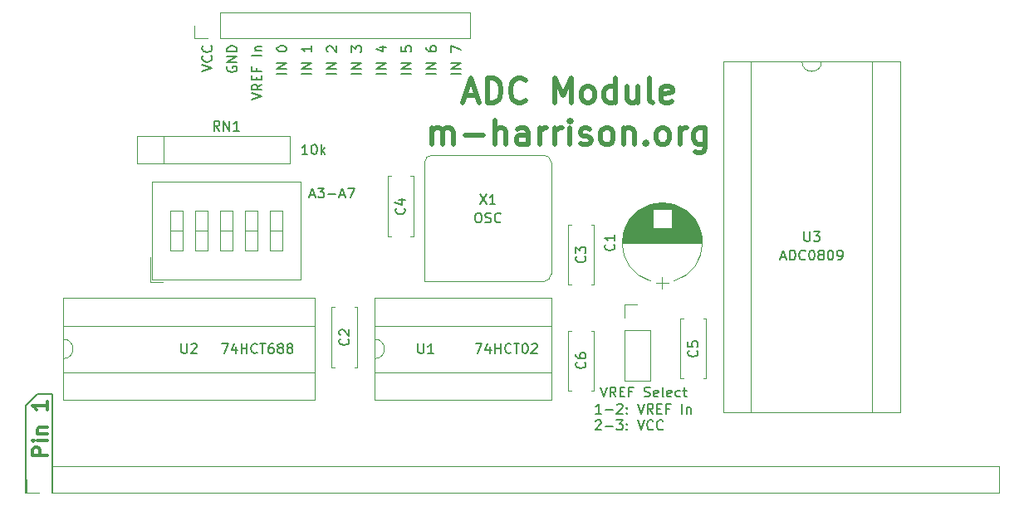
<source format=gto>
G04 #@! TF.FileFunction,Legend,Top*
%FSLAX46Y46*%
G04 Gerber Fmt 4.6, Leading zero omitted, Abs format (unit mm)*
G04 Created by KiCad (PCBNEW 4.0.6) date 08/29/17 13:01:26*
%MOMM*%
%LPD*%
G01*
G04 APERTURE LIST*
%ADD10C,0.100000*%
%ADD11C,0.150000*%
%ADD12C,0.500000*%
%ADD13C,0.200000*%
%ADD14C,0.300000*%
%ADD15C,0.120000*%
G04 APERTURE END LIST*
D10*
D11*
X138556905Y-118372381D02*
X137985476Y-118372381D01*
X138271190Y-118372381D02*
X138271190Y-117372381D01*
X138175952Y-117515238D01*
X138080714Y-117610476D01*
X137985476Y-117658095D01*
X138985476Y-117991429D02*
X139747381Y-117991429D01*
X140175952Y-117467619D02*
X140223571Y-117420000D01*
X140318809Y-117372381D01*
X140556905Y-117372381D01*
X140652143Y-117420000D01*
X140699762Y-117467619D01*
X140747381Y-117562857D01*
X140747381Y-117658095D01*
X140699762Y-117800952D01*
X140128333Y-118372381D01*
X140747381Y-118372381D01*
X141175952Y-118277143D02*
X141223571Y-118324762D01*
X141175952Y-118372381D01*
X141128333Y-118324762D01*
X141175952Y-118277143D01*
X141175952Y-118372381D01*
X141175952Y-117753333D02*
X141223571Y-117800952D01*
X141175952Y-117848571D01*
X141128333Y-117800952D01*
X141175952Y-117753333D01*
X141175952Y-117848571D01*
X142271190Y-117372381D02*
X142604523Y-118372381D01*
X142937857Y-117372381D01*
X143842619Y-118372381D02*
X143509285Y-117896190D01*
X143271190Y-118372381D02*
X143271190Y-117372381D01*
X143652143Y-117372381D01*
X143747381Y-117420000D01*
X143795000Y-117467619D01*
X143842619Y-117562857D01*
X143842619Y-117705714D01*
X143795000Y-117800952D01*
X143747381Y-117848571D01*
X143652143Y-117896190D01*
X143271190Y-117896190D01*
X144271190Y-117848571D02*
X144604524Y-117848571D01*
X144747381Y-118372381D02*
X144271190Y-118372381D01*
X144271190Y-117372381D01*
X144747381Y-117372381D01*
X145509286Y-117848571D02*
X145175952Y-117848571D01*
X145175952Y-118372381D02*
X145175952Y-117372381D01*
X145652143Y-117372381D01*
X146795000Y-118372381D02*
X146795000Y-117372381D01*
X147271190Y-117705714D02*
X147271190Y-118372381D01*
X147271190Y-117800952D02*
X147318809Y-117753333D01*
X147414047Y-117705714D01*
X147556905Y-117705714D01*
X147652143Y-117753333D01*
X147699762Y-117848571D01*
X147699762Y-118372381D01*
X137985476Y-119117619D02*
X138033095Y-119070000D01*
X138128333Y-119022381D01*
X138366429Y-119022381D01*
X138461667Y-119070000D01*
X138509286Y-119117619D01*
X138556905Y-119212857D01*
X138556905Y-119308095D01*
X138509286Y-119450952D01*
X137937857Y-120022381D01*
X138556905Y-120022381D01*
X138985476Y-119641429D02*
X139747381Y-119641429D01*
X140128333Y-119022381D02*
X140747381Y-119022381D01*
X140414047Y-119403333D01*
X140556905Y-119403333D01*
X140652143Y-119450952D01*
X140699762Y-119498571D01*
X140747381Y-119593810D01*
X140747381Y-119831905D01*
X140699762Y-119927143D01*
X140652143Y-119974762D01*
X140556905Y-120022381D01*
X140271190Y-120022381D01*
X140175952Y-119974762D01*
X140128333Y-119927143D01*
X141175952Y-119927143D02*
X141223571Y-119974762D01*
X141175952Y-120022381D01*
X141128333Y-119974762D01*
X141175952Y-119927143D01*
X141175952Y-120022381D01*
X141175952Y-119403333D02*
X141223571Y-119450952D01*
X141175952Y-119498571D01*
X141128333Y-119450952D01*
X141175952Y-119403333D01*
X141175952Y-119498571D01*
X142271190Y-119022381D02*
X142604523Y-120022381D01*
X142937857Y-119022381D01*
X143842619Y-119927143D02*
X143795000Y-119974762D01*
X143652143Y-120022381D01*
X143556905Y-120022381D01*
X143414047Y-119974762D01*
X143318809Y-119879524D01*
X143271190Y-119784286D01*
X143223571Y-119593810D01*
X143223571Y-119450952D01*
X143271190Y-119260476D01*
X143318809Y-119165238D01*
X143414047Y-119070000D01*
X143556905Y-119022381D01*
X143652143Y-119022381D01*
X143795000Y-119070000D01*
X143842619Y-119117619D01*
X144842619Y-119927143D02*
X144795000Y-119974762D01*
X144652143Y-120022381D01*
X144556905Y-120022381D01*
X144414047Y-119974762D01*
X144318809Y-119879524D01*
X144271190Y-119784286D01*
X144223571Y-119593810D01*
X144223571Y-119450952D01*
X144271190Y-119260476D01*
X144318809Y-119165238D01*
X144414047Y-119070000D01*
X144556905Y-119022381D01*
X144652143Y-119022381D01*
X144795000Y-119070000D01*
X144842619Y-119117619D01*
D12*
X124659761Y-85921667D02*
X125850238Y-85921667D01*
X124421666Y-86635952D02*
X125255000Y-84135952D01*
X126088333Y-86635952D01*
X126921666Y-86635952D02*
X126921666Y-84135952D01*
X127516904Y-84135952D01*
X127874047Y-84255000D01*
X128112142Y-84493095D01*
X128231190Y-84731190D01*
X128350238Y-85207381D01*
X128350238Y-85564524D01*
X128231190Y-86040714D01*
X128112142Y-86278810D01*
X127874047Y-86516905D01*
X127516904Y-86635952D01*
X126921666Y-86635952D01*
X130850238Y-86397857D02*
X130731190Y-86516905D01*
X130374047Y-86635952D01*
X130135952Y-86635952D01*
X129778809Y-86516905D01*
X129540714Y-86278810D01*
X129421666Y-86040714D01*
X129302618Y-85564524D01*
X129302618Y-85207381D01*
X129421666Y-84731190D01*
X129540714Y-84493095D01*
X129778809Y-84255000D01*
X130135952Y-84135952D01*
X130374047Y-84135952D01*
X130731190Y-84255000D01*
X130850238Y-84374048D01*
X133826428Y-86635952D02*
X133826428Y-84135952D01*
X134659761Y-85921667D01*
X135493095Y-84135952D01*
X135493095Y-86635952D01*
X137040714Y-86635952D02*
X136802619Y-86516905D01*
X136683571Y-86397857D01*
X136564523Y-86159762D01*
X136564523Y-85445476D01*
X136683571Y-85207381D01*
X136802619Y-85088333D01*
X137040714Y-84969286D01*
X137397857Y-84969286D01*
X137635952Y-85088333D01*
X137755000Y-85207381D01*
X137874047Y-85445476D01*
X137874047Y-86159762D01*
X137755000Y-86397857D01*
X137635952Y-86516905D01*
X137397857Y-86635952D01*
X137040714Y-86635952D01*
X140016905Y-86635952D02*
X140016905Y-84135952D01*
X140016905Y-86516905D02*
X139778809Y-86635952D01*
X139302619Y-86635952D01*
X139064524Y-86516905D01*
X138945476Y-86397857D01*
X138826428Y-86159762D01*
X138826428Y-85445476D01*
X138945476Y-85207381D01*
X139064524Y-85088333D01*
X139302619Y-84969286D01*
X139778809Y-84969286D01*
X140016905Y-85088333D01*
X142278810Y-84969286D02*
X142278810Y-86635952D01*
X141207381Y-84969286D02*
X141207381Y-86278810D01*
X141326429Y-86516905D01*
X141564524Y-86635952D01*
X141921667Y-86635952D01*
X142159762Y-86516905D01*
X142278810Y-86397857D01*
X143826429Y-86635952D02*
X143588334Y-86516905D01*
X143469286Y-86278810D01*
X143469286Y-84135952D01*
X145731191Y-86516905D02*
X145493096Y-86635952D01*
X145016905Y-86635952D01*
X144778810Y-86516905D01*
X144659762Y-86278810D01*
X144659762Y-85326429D01*
X144778810Y-85088333D01*
X145016905Y-84969286D01*
X145493096Y-84969286D01*
X145731191Y-85088333D01*
X145850239Y-85326429D01*
X145850239Y-85564524D01*
X144659762Y-85802619D01*
X121326428Y-90885952D02*
X121326428Y-89219286D01*
X121326428Y-89457381D02*
X121445476Y-89338333D01*
X121683571Y-89219286D01*
X122040714Y-89219286D01*
X122278809Y-89338333D01*
X122397857Y-89576429D01*
X122397857Y-90885952D01*
X122397857Y-89576429D02*
X122516904Y-89338333D01*
X122755000Y-89219286D01*
X123112142Y-89219286D01*
X123350238Y-89338333D01*
X123469285Y-89576429D01*
X123469285Y-90885952D01*
X124659761Y-89933571D02*
X126564523Y-89933571D01*
X127754999Y-90885952D02*
X127754999Y-88385952D01*
X128826428Y-90885952D02*
X128826428Y-89576429D01*
X128707380Y-89338333D01*
X128469285Y-89219286D01*
X128112142Y-89219286D01*
X127874047Y-89338333D01*
X127754999Y-89457381D01*
X131088333Y-90885952D02*
X131088333Y-89576429D01*
X130969285Y-89338333D01*
X130731190Y-89219286D01*
X130254999Y-89219286D01*
X130016904Y-89338333D01*
X131088333Y-90766905D02*
X130850237Y-90885952D01*
X130254999Y-90885952D01*
X130016904Y-90766905D01*
X129897856Y-90528810D01*
X129897856Y-90290714D01*
X130016904Y-90052619D01*
X130254999Y-89933571D01*
X130850237Y-89933571D01*
X131088333Y-89814524D01*
X132278809Y-90885952D02*
X132278809Y-89219286D01*
X132278809Y-89695476D02*
X132397857Y-89457381D01*
X132516904Y-89338333D01*
X132755000Y-89219286D01*
X132993095Y-89219286D01*
X133826428Y-90885952D02*
X133826428Y-89219286D01*
X133826428Y-89695476D02*
X133945476Y-89457381D01*
X134064523Y-89338333D01*
X134302619Y-89219286D01*
X134540714Y-89219286D01*
X135374047Y-90885952D02*
X135374047Y-89219286D01*
X135374047Y-88385952D02*
X135254999Y-88505000D01*
X135374047Y-88624048D01*
X135493095Y-88505000D01*
X135374047Y-88385952D01*
X135374047Y-88624048D01*
X136445475Y-90766905D02*
X136683571Y-90885952D01*
X137159761Y-90885952D01*
X137397856Y-90766905D01*
X137516904Y-90528810D01*
X137516904Y-90409762D01*
X137397856Y-90171667D01*
X137159761Y-90052619D01*
X136802618Y-90052619D01*
X136564523Y-89933571D01*
X136445475Y-89695476D01*
X136445475Y-89576429D01*
X136564523Y-89338333D01*
X136802618Y-89219286D01*
X137159761Y-89219286D01*
X137397856Y-89338333D01*
X138945476Y-90885952D02*
X138707381Y-90766905D01*
X138588333Y-90647857D01*
X138469285Y-90409762D01*
X138469285Y-89695476D01*
X138588333Y-89457381D01*
X138707381Y-89338333D01*
X138945476Y-89219286D01*
X139302619Y-89219286D01*
X139540714Y-89338333D01*
X139659762Y-89457381D01*
X139778809Y-89695476D01*
X139778809Y-90409762D01*
X139659762Y-90647857D01*
X139540714Y-90766905D01*
X139302619Y-90885952D01*
X138945476Y-90885952D01*
X140850238Y-89219286D02*
X140850238Y-90885952D01*
X140850238Y-89457381D02*
X140969286Y-89338333D01*
X141207381Y-89219286D01*
X141564524Y-89219286D01*
X141802619Y-89338333D01*
X141921667Y-89576429D01*
X141921667Y-90885952D01*
X143112143Y-90647857D02*
X143231191Y-90766905D01*
X143112143Y-90885952D01*
X142993095Y-90766905D01*
X143112143Y-90647857D01*
X143112143Y-90885952D01*
X144659762Y-90885952D02*
X144421667Y-90766905D01*
X144302619Y-90647857D01*
X144183571Y-90409762D01*
X144183571Y-89695476D01*
X144302619Y-89457381D01*
X144421667Y-89338333D01*
X144659762Y-89219286D01*
X145016905Y-89219286D01*
X145255000Y-89338333D01*
X145374048Y-89457381D01*
X145493095Y-89695476D01*
X145493095Y-90409762D01*
X145374048Y-90647857D01*
X145255000Y-90766905D01*
X145016905Y-90885952D01*
X144659762Y-90885952D01*
X146564524Y-90885952D02*
X146564524Y-89219286D01*
X146564524Y-89695476D02*
X146683572Y-89457381D01*
X146802619Y-89338333D01*
X147040715Y-89219286D01*
X147278810Y-89219286D01*
X149183572Y-89219286D02*
X149183572Y-91243095D01*
X149064524Y-91481190D01*
X148945476Y-91600238D01*
X148707381Y-91719286D01*
X148350238Y-91719286D01*
X148112143Y-91600238D01*
X149183572Y-90766905D02*
X148945476Y-90885952D01*
X148469286Y-90885952D01*
X148231191Y-90766905D01*
X148112143Y-90647857D01*
X147993095Y-90409762D01*
X147993095Y-89695476D01*
X148112143Y-89457381D01*
X148231191Y-89338333D01*
X148469286Y-89219286D01*
X148945476Y-89219286D01*
X149183572Y-89338333D01*
D13*
X106497381Y-83645000D02*
X105497381Y-83645000D01*
X106497381Y-83168810D02*
X105497381Y-83168810D01*
X106497381Y-82597381D01*
X105497381Y-82597381D01*
X105497381Y-81168810D02*
X105497381Y-81073571D01*
X105545000Y-80978333D01*
X105592619Y-80930714D01*
X105687857Y-80883095D01*
X105878333Y-80835476D01*
X106116429Y-80835476D01*
X106306905Y-80883095D01*
X106402143Y-80930714D01*
X106449762Y-80978333D01*
X106497381Y-81073571D01*
X106497381Y-81168810D01*
X106449762Y-81264048D01*
X106402143Y-81311667D01*
X106306905Y-81359286D01*
X106116429Y-81406905D01*
X105878333Y-81406905D01*
X105687857Y-81359286D01*
X105592619Y-81311667D01*
X105545000Y-81264048D01*
X105497381Y-81168810D01*
X124277381Y-83645000D02*
X123277381Y-83645000D01*
X124277381Y-83168810D02*
X123277381Y-83168810D01*
X124277381Y-82597381D01*
X123277381Y-82597381D01*
X123277381Y-81454524D02*
X123277381Y-80787857D01*
X124277381Y-81216429D01*
X121737381Y-83645000D02*
X120737381Y-83645000D01*
X121737381Y-83168810D02*
X120737381Y-83168810D01*
X121737381Y-82597381D01*
X120737381Y-82597381D01*
X120737381Y-80930714D02*
X120737381Y-81121191D01*
X120785000Y-81216429D01*
X120832619Y-81264048D01*
X120975476Y-81359286D01*
X121165952Y-81406905D01*
X121546905Y-81406905D01*
X121642143Y-81359286D01*
X121689762Y-81311667D01*
X121737381Y-81216429D01*
X121737381Y-81025952D01*
X121689762Y-80930714D01*
X121642143Y-80883095D01*
X121546905Y-80835476D01*
X121308810Y-80835476D01*
X121213571Y-80883095D01*
X121165952Y-80930714D01*
X121118333Y-81025952D01*
X121118333Y-81216429D01*
X121165952Y-81311667D01*
X121213571Y-81359286D01*
X121308810Y-81406905D01*
X119197381Y-83645000D02*
X118197381Y-83645000D01*
X119197381Y-83168810D02*
X118197381Y-83168810D01*
X119197381Y-82597381D01*
X118197381Y-82597381D01*
X118197381Y-80883095D02*
X118197381Y-81359286D01*
X118673571Y-81406905D01*
X118625952Y-81359286D01*
X118578333Y-81264048D01*
X118578333Y-81025952D01*
X118625952Y-80930714D01*
X118673571Y-80883095D01*
X118768810Y-80835476D01*
X119006905Y-80835476D01*
X119102143Y-80883095D01*
X119149762Y-80930714D01*
X119197381Y-81025952D01*
X119197381Y-81264048D01*
X119149762Y-81359286D01*
X119102143Y-81406905D01*
X116657381Y-83645000D02*
X115657381Y-83645000D01*
X116657381Y-83168810D02*
X115657381Y-83168810D01*
X116657381Y-82597381D01*
X115657381Y-82597381D01*
X115990714Y-80930714D02*
X116657381Y-80930714D01*
X115609762Y-81168810D02*
X116324048Y-81406905D01*
X116324048Y-80787857D01*
X114117381Y-83645000D02*
X113117381Y-83645000D01*
X114117381Y-83168810D02*
X113117381Y-83168810D01*
X114117381Y-82597381D01*
X113117381Y-82597381D01*
X113117381Y-81454524D02*
X113117381Y-80835476D01*
X113498333Y-81168810D01*
X113498333Y-81025952D01*
X113545952Y-80930714D01*
X113593571Y-80883095D01*
X113688810Y-80835476D01*
X113926905Y-80835476D01*
X114022143Y-80883095D01*
X114069762Y-80930714D01*
X114117381Y-81025952D01*
X114117381Y-81311667D01*
X114069762Y-81406905D01*
X114022143Y-81454524D01*
X111577381Y-83645000D02*
X110577381Y-83645000D01*
X111577381Y-83168810D02*
X110577381Y-83168810D01*
X111577381Y-82597381D01*
X110577381Y-82597381D01*
X110672619Y-81406905D02*
X110625000Y-81359286D01*
X110577381Y-81264048D01*
X110577381Y-81025952D01*
X110625000Y-80930714D01*
X110672619Y-80883095D01*
X110767857Y-80835476D01*
X110863095Y-80835476D01*
X111005952Y-80883095D01*
X111577381Y-81454524D01*
X111577381Y-80835476D01*
X109037381Y-83645000D02*
X108037381Y-83645000D01*
X109037381Y-83168810D02*
X108037381Y-83168810D01*
X109037381Y-82597381D01*
X108037381Y-82597381D01*
X109037381Y-80835476D02*
X109037381Y-81406905D01*
X109037381Y-81121191D02*
X108037381Y-81121191D01*
X108180238Y-81216429D01*
X108275476Y-81311667D01*
X108323095Y-81406905D01*
X100465000Y-82930714D02*
X100417381Y-83025952D01*
X100417381Y-83168809D01*
X100465000Y-83311667D01*
X100560238Y-83406905D01*
X100655476Y-83454524D01*
X100845952Y-83502143D01*
X100988810Y-83502143D01*
X101179286Y-83454524D01*
X101274524Y-83406905D01*
X101369762Y-83311667D01*
X101417381Y-83168809D01*
X101417381Y-83073571D01*
X101369762Y-82930714D01*
X101322143Y-82883095D01*
X100988810Y-82883095D01*
X100988810Y-83073571D01*
X101417381Y-82454524D02*
X100417381Y-82454524D01*
X101417381Y-81883095D01*
X100417381Y-81883095D01*
X101417381Y-81406905D02*
X100417381Y-81406905D01*
X100417381Y-81168810D01*
X100465000Y-81025952D01*
X100560238Y-80930714D01*
X100655476Y-80883095D01*
X100845952Y-80835476D01*
X100988810Y-80835476D01*
X101179286Y-80883095D01*
X101274524Y-80930714D01*
X101369762Y-81025952D01*
X101417381Y-81168810D01*
X101417381Y-81406905D01*
X97877381Y-83406905D02*
X98877381Y-83073572D01*
X97877381Y-82740238D01*
X98782143Y-81835476D02*
X98829762Y-81883095D01*
X98877381Y-82025952D01*
X98877381Y-82121190D01*
X98829762Y-82264048D01*
X98734524Y-82359286D01*
X98639286Y-82406905D01*
X98448810Y-82454524D01*
X98305952Y-82454524D01*
X98115476Y-82406905D01*
X98020238Y-82359286D01*
X97925000Y-82264048D01*
X97877381Y-82121190D01*
X97877381Y-82025952D01*
X97925000Y-81883095D01*
X97972619Y-81835476D01*
X98782143Y-80835476D02*
X98829762Y-80883095D01*
X98877381Y-81025952D01*
X98877381Y-81121190D01*
X98829762Y-81264048D01*
X98734524Y-81359286D01*
X98639286Y-81406905D01*
X98448810Y-81454524D01*
X98305952Y-81454524D01*
X98115476Y-81406905D01*
X98020238Y-81359286D01*
X97925000Y-81264048D01*
X97877381Y-81121190D01*
X97877381Y-81025952D01*
X97925000Y-80883095D01*
X97972619Y-80835476D01*
X102957381Y-86311667D02*
X103957381Y-85978334D01*
X102957381Y-85645000D01*
X103957381Y-84740238D02*
X103481190Y-85073572D01*
X103957381Y-85311667D02*
X102957381Y-85311667D01*
X102957381Y-84930714D01*
X103005000Y-84835476D01*
X103052619Y-84787857D01*
X103147857Y-84740238D01*
X103290714Y-84740238D01*
X103385952Y-84787857D01*
X103433571Y-84835476D01*
X103481190Y-84930714D01*
X103481190Y-85311667D01*
X103433571Y-84311667D02*
X103433571Y-83978333D01*
X103957381Y-83835476D02*
X103957381Y-84311667D01*
X102957381Y-84311667D01*
X102957381Y-83835476D01*
X103433571Y-83073571D02*
X103433571Y-83406905D01*
X103957381Y-83406905D02*
X102957381Y-83406905D01*
X102957381Y-82930714D01*
X103957381Y-81787857D02*
X102957381Y-81787857D01*
X103290714Y-81311667D02*
X103957381Y-81311667D01*
X103385952Y-81311667D02*
X103338333Y-81264048D01*
X103290714Y-81168810D01*
X103290714Y-81025952D01*
X103338333Y-80930714D01*
X103433571Y-80883095D01*
X103957381Y-80883095D01*
X82600800Y-126461520D02*
X82636360Y-126461520D01*
X82600800Y-116349780D02*
X82600800Y-126461520D01*
X81031080Y-116349780D02*
X82600800Y-116349780D01*
X79849980Y-117530880D02*
X81031080Y-116349780D01*
X79849980Y-126461520D02*
X79849980Y-117530880D01*
D14*
X82065251Y-122645465D02*
X80565251Y-122645465D01*
X80565251Y-122074037D01*
X80636680Y-121931179D01*
X80708109Y-121859751D01*
X80850966Y-121788322D01*
X81065251Y-121788322D01*
X81208109Y-121859751D01*
X81279537Y-121931179D01*
X81350966Y-122074037D01*
X81350966Y-122645465D01*
X82065251Y-121145465D02*
X81065251Y-121145465D01*
X80565251Y-121145465D02*
X80636680Y-121216894D01*
X80708109Y-121145465D01*
X80636680Y-121074037D01*
X80565251Y-121145465D01*
X80708109Y-121145465D01*
X81065251Y-120431179D02*
X82065251Y-120431179D01*
X81208109Y-120431179D02*
X81136680Y-120359751D01*
X81065251Y-120216893D01*
X81065251Y-120002608D01*
X81136680Y-119859751D01*
X81279537Y-119788322D01*
X82065251Y-119788322D01*
X82065251Y-117145465D02*
X82065251Y-118002608D01*
X82065251Y-117574036D02*
X80565251Y-117574036D01*
X80779537Y-117716893D01*
X80922394Y-117859751D01*
X80993823Y-118002608D01*
D15*
X159020000Y-82430000D02*
X153840000Y-82430000D01*
X153840000Y-82430000D02*
X153840000Y-118230000D01*
X153840000Y-118230000D02*
X166200000Y-118230000D01*
X166200000Y-118230000D02*
X166200000Y-82430000D01*
X166200000Y-82430000D02*
X161020000Y-82430000D01*
X151010000Y-82430000D02*
X151010000Y-118230000D01*
X151010000Y-118230000D02*
X169030000Y-118230000D01*
X169030000Y-118230000D02*
X169030000Y-82430000D01*
X169030000Y-82430000D02*
X151010000Y-82430000D01*
X161020000Y-82430000D02*
G75*
G02X159020000Y-82430000I-1000000J0D01*
G01*
X125155000Y-80070000D02*
X125155000Y-77410000D01*
X99695000Y-80070000D02*
X125155000Y-80070000D01*
X99695000Y-77410000D02*
X125155000Y-77410000D01*
X99695000Y-80070000D02*
X99695000Y-77410000D01*
X98425000Y-80070000D02*
X97095000Y-80070000D01*
X97095000Y-80070000D02*
X97095000Y-78740000D01*
X135215000Y-105215000D02*
X135215000Y-99095000D01*
X137835000Y-105215000D02*
X137835000Y-99095000D01*
X135215000Y-105215000D02*
X135529000Y-105215000D01*
X137521000Y-105215000D02*
X137835000Y-105215000D01*
X135215000Y-99095000D02*
X135529000Y-99095000D01*
X137521000Y-99095000D02*
X137835000Y-99095000D01*
X140910000Y-114995000D02*
X143570000Y-114995000D01*
X140910000Y-109855000D02*
X140910000Y-114995000D01*
X143570000Y-109855000D02*
X143570000Y-114995000D01*
X140910000Y-109855000D02*
X143570000Y-109855000D01*
X140910000Y-108585000D02*
X140910000Y-107255000D01*
X140910000Y-107255000D02*
X142240000Y-107255000D01*
X91270000Y-90040000D02*
X91270000Y-92840000D01*
X91270000Y-92840000D02*
X106850000Y-92840000D01*
X106850000Y-92840000D02*
X106850000Y-90040000D01*
X106850000Y-90040000D02*
X91270000Y-90040000D01*
X93980000Y-90040000D02*
X93980000Y-92840000D01*
X92570000Y-104905000D02*
X93840000Y-104905000D01*
X92570000Y-104905000D02*
X92570000Y-102365000D01*
X92770000Y-104705000D02*
X92770000Y-94685000D01*
X92770000Y-94685000D02*
X107890000Y-94685000D01*
X107890000Y-94685000D02*
X107890000Y-104705000D01*
X107890000Y-104705000D02*
X92770000Y-104705000D01*
X94615000Y-101725000D02*
X95885000Y-101725000D01*
X95885000Y-101725000D02*
X95885000Y-97665000D01*
X95885000Y-97665000D02*
X94615000Y-97665000D01*
X94615000Y-97665000D02*
X94615000Y-101725000D01*
X94615000Y-99695000D02*
X95885000Y-99695000D01*
X97155000Y-101725000D02*
X98425000Y-101725000D01*
X98425000Y-101725000D02*
X98425000Y-97665000D01*
X98425000Y-97665000D02*
X97155000Y-97665000D01*
X97155000Y-97665000D02*
X97155000Y-101725000D01*
X97155000Y-99695000D02*
X98425000Y-99695000D01*
X99695000Y-101725000D02*
X100965000Y-101725000D01*
X100965000Y-101725000D02*
X100965000Y-97665000D01*
X100965000Y-97665000D02*
X99695000Y-97665000D01*
X99695000Y-97665000D02*
X99695000Y-101725000D01*
X99695000Y-99695000D02*
X100965000Y-99695000D01*
X102235000Y-101725000D02*
X103505000Y-101725000D01*
X103505000Y-101725000D02*
X103505000Y-97665000D01*
X103505000Y-97665000D02*
X102235000Y-97665000D01*
X102235000Y-97665000D02*
X102235000Y-101725000D01*
X102235000Y-99695000D02*
X103505000Y-99695000D01*
X104775000Y-101725000D02*
X106045000Y-101725000D01*
X106045000Y-101725000D02*
X106045000Y-97665000D01*
X106045000Y-97665000D02*
X104775000Y-97665000D01*
X104775000Y-97665000D02*
X104775000Y-101725000D01*
X104775000Y-99695000D02*
X106045000Y-99695000D01*
X115450000Y-112760000D02*
X115450000Y-114130000D01*
X115450000Y-114130000D02*
X133470000Y-114130000D01*
X133470000Y-114130000D02*
X133470000Y-109390000D01*
X133470000Y-109390000D02*
X115450000Y-109390000D01*
X115450000Y-109390000D02*
X115450000Y-110760000D01*
X115450000Y-116960000D02*
X133470000Y-116960000D01*
X133470000Y-116960000D02*
X133470000Y-106560000D01*
X133470000Y-106560000D02*
X115450000Y-106560000D01*
X115450000Y-106560000D02*
X115450000Y-116960000D01*
X115450000Y-110760000D02*
G75*
G02X115450000Y-112760000I0J-1000000D01*
G01*
X83700000Y-112760000D02*
X83700000Y-114130000D01*
X83700000Y-114130000D02*
X109340000Y-114130000D01*
X109340000Y-114130000D02*
X109340000Y-109390000D01*
X109340000Y-109390000D02*
X83700000Y-109390000D01*
X83700000Y-109390000D02*
X83700000Y-110760000D01*
X83700000Y-116960000D02*
X109340000Y-116960000D01*
X109340000Y-116960000D02*
X109340000Y-106560000D01*
X109340000Y-106560000D02*
X83700000Y-106560000D01*
X83700000Y-106560000D02*
X83700000Y-116960000D01*
X83700000Y-110760000D02*
G75*
G02X83700000Y-112760000I0J-1000000D01*
G01*
X120550000Y-92725000D02*
X120550000Y-104875000D01*
X132700000Y-91975000D02*
X121300000Y-91975000D01*
X133450000Y-104125000D02*
X133450000Y-92725000D01*
X120550000Y-104875000D02*
X132700000Y-104875000D01*
X132700000Y-104875000D02*
G75*
G03X133450000Y-104125000I0J750000D01*
G01*
X133450000Y-92725000D02*
G75*
G03X132700000Y-91975000I-750000J0D01*
G01*
X121300000Y-91975000D02*
G75*
G03X120550000Y-92725000I0J-750000D01*
G01*
X146645000Y-114780000D02*
X146645000Y-108660000D01*
X149265000Y-114780000D02*
X149265000Y-108660000D01*
X146645000Y-114780000D02*
X146959000Y-114780000D01*
X148951000Y-114780000D02*
X149265000Y-114780000D01*
X146645000Y-108660000D02*
X146959000Y-108660000D01*
X148951000Y-108660000D02*
X149265000Y-108660000D01*
X135215000Y-116010000D02*
X135215000Y-109890000D01*
X137835000Y-116010000D02*
X137835000Y-109890000D01*
X135215000Y-116010000D02*
X135529000Y-116010000D01*
X137521000Y-116010000D02*
X137835000Y-116010000D01*
X135215000Y-109890000D02*
X135529000Y-109890000D01*
X137521000Y-109890000D02*
X137835000Y-109890000D01*
X113705000Y-107510000D02*
X113705000Y-113630000D01*
X111085000Y-107510000D02*
X111085000Y-113630000D01*
X113705000Y-107510000D02*
X113391000Y-107510000D01*
X111399000Y-107510000D02*
X111085000Y-107510000D01*
X113705000Y-113630000D02*
X113391000Y-113630000D01*
X111399000Y-113630000D02*
X111085000Y-113630000D01*
X119420000Y-94135000D02*
X119420000Y-100255000D01*
X116800000Y-94135000D02*
X116800000Y-100255000D01*
X119420000Y-94135000D02*
X119106000Y-94135000D01*
X117114000Y-94135000D02*
X116800000Y-94135000D01*
X119420000Y-100255000D02*
X119106000Y-100255000D01*
X117114000Y-100255000D02*
X116800000Y-100255000D01*
X179130000Y-126425000D02*
X179130000Y-123765000D01*
X82550000Y-126425000D02*
X179130000Y-126425000D01*
X82550000Y-123765000D02*
X179130000Y-123765000D01*
X82550000Y-126425000D02*
X82550000Y-123765000D01*
X81280000Y-126425000D02*
X79950000Y-126425000D01*
X79950000Y-126425000D02*
X79950000Y-125095000D01*
X143602555Y-97008149D02*
G75*
G03X143600000Y-104841082I1177445J-3916851D01*
G01*
X145957445Y-97008149D02*
G75*
G02X145960000Y-104841082I-1177445J-3916851D01*
G01*
X145957445Y-97008149D02*
G75*
G03X143600000Y-97008918I-1177445J-3916851D01*
G01*
X140730000Y-100925000D02*
X148830000Y-100925000D01*
X140730000Y-100885000D02*
X148830000Y-100885000D01*
X140730000Y-100845000D02*
X148830000Y-100845000D01*
X140731000Y-100805000D02*
X148829000Y-100805000D01*
X140733000Y-100765000D02*
X148827000Y-100765000D01*
X140734000Y-100725000D02*
X148826000Y-100725000D01*
X140737000Y-100685000D02*
X148823000Y-100685000D01*
X140739000Y-100645000D02*
X148821000Y-100645000D01*
X140742000Y-100605000D02*
X148818000Y-100605000D01*
X140745000Y-100565000D02*
X148815000Y-100565000D01*
X140749000Y-100525000D02*
X148811000Y-100525000D01*
X140753000Y-100485000D02*
X148807000Y-100485000D01*
X140758000Y-100445000D02*
X148802000Y-100445000D01*
X140763000Y-100405000D02*
X148797000Y-100405000D01*
X140768000Y-100365000D02*
X148792000Y-100365000D01*
X140774000Y-100325000D02*
X148786000Y-100325000D01*
X140780000Y-100285000D02*
X148780000Y-100285000D01*
X140786000Y-100245000D02*
X148774000Y-100245000D01*
X140793000Y-100204000D02*
X148767000Y-100204000D01*
X140801000Y-100164000D02*
X148759000Y-100164000D01*
X140809000Y-100124000D02*
X148751000Y-100124000D01*
X140817000Y-100084000D02*
X148743000Y-100084000D01*
X140825000Y-100044000D02*
X148735000Y-100044000D01*
X140834000Y-100004000D02*
X148726000Y-100004000D01*
X140844000Y-99964000D02*
X148716000Y-99964000D01*
X140854000Y-99924000D02*
X148706000Y-99924000D01*
X140864000Y-99884000D02*
X148696000Y-99884000D01*
X140875000Y-99844000D02*
X148685000Y-99844000D01*
X140886000Y-99804000D02*
X148674000Y-99804000D01*
X140897000Y-99764000D02*
X148663000Y-99764000D01*
X140910000Y-99724000D02*
X148650000Y-99724000D01*
X140922000Y-99684000D02*
X148638000Y-99684000D01*
X140935000Y-99644000D02*
X148625000Y-99644000D01*
X140948000Y-99604000D02*
X148612000Y-99604000D01*
X140962000Y-99564000D02*
X148598000Y-99564000D01*
X140977000Y-99524000D02*
X148583000Y-99524000D01*
X140991000Y-99484000D02*
X148569000Y-99484000D01*
X141007000Y-99444000D02*
X148553000Y-99444000D01*
X141022000Y-99404000D02*
X143800000Y-99404000D01*
X145760000Y-99404000D02*
X148538000Y-99404000D01*
X141039000Y-99364000D02*
X143800000Y-99364000D01*
X145760000Y-99364000D02*
X148521000Y-99364000D01*
X141055000Y-99324000D02*
X143800000Y-99324000D01*
X145760000Y-99324000D02*
X148505000Y-99324000D01*
X141073000Y-99284000D02*
X143800000Y-99284000D01*
X145760000Y-99284000D02*
X148487000Y-99284000D01*
X141090000Y-99244000D02*
X143800000Y-99244000D01*
X145760000Y-99244000D02*
X148470000Y-99244000D01*
X141109000Y-99204000D02*
X143800000Y-99204000D01*
X145760000Y-99204000D02*
X148451000Y-99204000D01*
X141128000Y-99164000D02*
X143800000Y-99164000D01*
X145760000Y-99164000D02*
X148432000Y-99164000D01*
X141147000Y-99124000D02*
X143800000Y-99124000D01*
X145760000Y-99124000D02*
X148413000Y-99124000D01*
X141167000Y-99084000D02*
X143800000Y-99084000D01*
X145760000Y-99084000D02*
X148393000Y-99084000D01*
X141187000Y-99044000D02*
X143800000Y-99044000D01*
X145760000Y-99044000D02*
X148373000Y-99044000D01*
X141208000Y-99004000D02*
X143800000Y-99004000D01*
X145760000Y-99004000D02*
X148352000Y-99004000D01*
X141230000Y-98964000D02*
X143800000Y-98964000D01*
X145760000Y-98964000D02*
X148330000Y-98964000D01*
X141252000Y-98924000D02*
X143800000Y-98924000D01*
X145760000Y-98924000D02*
X148308000Y-98924000D01*
X141275000Y-98884000D02*
X143800000Y-98884000D01*
X145760000Y-98884000D02*
X148285000Y-98884000D01*
X141298000Y-98844000D02*
X143800000Y-98844000D01*
X145760000Y-98844000D02*
X148262000Y-98844000D01*
X141322000Y-98804000D02*
X143800000Y-98804000D01*
X145760000Y-98804000D02*
X148238000Y-98804000D01*
X141346000Y-98764000D02*
X143800000Y-98764000D01*
X145760000Y-98764000D02*
X148214000Y-98764000D01*
X141372000Y-98724000D02*
X143800000Y-98724000D01*
X145760000Y-98724000D02*
X148188000Y-98724000D01*
X141397000Y-98684000D02*
X143800000Y-98684000D01*
X145760000Y-98684000D02*
X148163000Y-98684000D01*
X141424000Y-98644000D02*
X143800000Y-98644000D01*
X145760000Y-98644000D02*
X148136000Y-98644000D01*
X141451000Y-98604000D02*
X143800000Y-98604000D01*
X145760000Y-98604000D02*
X148109000Y-98604000D01*
X141479000Y-98564000D02*
X143800000Y-98564000D01*
X145760000Y-98564000D02*
X148081000Y-98564000D01*
X141508000Y-98524000D02*
X143800000Y-98524000D01*
X145760000Y-98524000D02*
X148052000Y-98524000D01*
X141537000Y-98484000D02*
X143800000Y-98484000D01*
X145760000Y-98484000D02*
X148023000Y-98484000D01*
X141567000Y-98444000D02*
X143800000Y-98444000D01*
X145760000Y-98444000D02*
X147993000Y-98444000D01*
X141598000Y-98404000D02*
X143800000Y-98404000D01*
X145760000Y-98404000D02*
X147962000Y-98404000D01*
X141630000Y-98364000D02*
X143800000Y-98364000D01*
X145760000Y-98364000D02*
X147930000Y-98364000D01*
X141662000Y-98324000D02*
X143800000Y-98324000D01*
X145760000Y-98324000D02*
X147898000Y-98324000D01*
X141696000Y-98284000D02*
X143800000Y-98284000D01*
X145760000Y-98284000D02*
X147864000Y-98284000D01*
X141730000Y-98244000D02*
X143800000Y-98244000D01*
X145760000Y-98244000D02*
X147830000Y-98244000D01*
X141765000Y-98204000D02*
X143800000Y-98204000D01*
X145760000Y-98204000D02*
X147795000Y-98204000D01*
X141801000Y-98164000D02*
X143800000Y-98164000D01*
X145760000Y-98164000D02*
X147759000Y-98164000D01*
X141838000Y-98124000D02*
X143800000Y-98124000D01*
X145760000Y-98124000D02*
X147722000Y-98124000D01*
X141876000Y-98084000D02*
X143800000Y-98084000D01*
X145760000Y-98084000D02*
X147684000Y-98084000D01*
X141915000Y-98044000D02*
X143800000Y-98044000D01*
X145760000Y-98044000D02*
X147645000Y-98044000D01*
X141956000Y-98004000D02*
X143800000Y-98004000D01*
X145760000Y-98004000D02*
X147604000Y-98004000D01*
X141997000Y-97964000D02*
X143800000Y-97964000D01*
X145760000Y-97964000D02*
X147563000Y-97964000D01*
X142040000Y-97924000D02*
X143800000Y-97924000D01*
X145760000Y-97924000D02*
X147520000Y-97924000D01*
X142083000Y-97884000D02*
X143800000Y-97884000D01*
X145760000Y-97884000D02*
X147477000Y-97884000D01*
X142128000Y-97844000D02*
X143800000Y-97844000D01*
X145760000Y-97844000D02*
X147432000Y-97844000D01*
X142175000Y-97804000D02*
X143800000Y-97804000D01*
X145760000Y-97804000D02*
X147385000Y-97804000D01*
X142223000Y-97764000D02*
X143800000Y-97764000D01*
X145760000Y-97764000D02*
X147337000Y-97764000D01*
X142272000Y-97724000D02*
X143800000Y-97724000D01*
X145760000Y-97724000D02*
X147288000Y-97724000D01*
X142323000Y-97684000D02*
X143800000Y-97684000D01*
X145760000Y-97684000D02*
X147237000Y-97684000D01*
X142376000Y-97644000D02*
X143800000Y-97644000D01*
X145760000Y-97644000D02*
X147184000Y-97644000D01*
X142431000Y-97604000D02*
X143800000Y-97604000D01*
X145760000Y-97604000D02*
X147129000Y-97604000D01*
X142487000Y-97564000D02*
X143800000Y-97564000D01*
X145760000Y-97564000D02*
X147073000Y-97564000D01*
X142546000Y-97524000D02*
X143800000Y-97524000D01*
X145760000Y-97524000D02*
X147014000Y-97524000D01*
X142607000Y-97484000D02*
X143800000Y-97484000D01*
X145760000Y-97484000D02*
X146953000Y-97484000D01*
X142671000Y-97444000D02*
X146889000Y-97444000D01*
X142737000Y-97404000D02*
X146823000Y-97404000D01*
X142806000Y-97364000D02*
X146754000Y-97364000D01*
X142878000Y-97324000D02*
X146682000Y-97324000D01*
X142954000Y-97284000D02*
X146606000Y-97284000D01*
X143035000Y-97244000D02*
X146525000Y-97244000D01*
X143120000Y-97204000D02*
X146440000Y-97204000D01*
X143210000Y-97164000D02*
X146350000Y-97164000D01*
X143307000Y-97124000D02*
X146253000Y-97124000D01*
X143411000Y-97084000D02*
X146149000Y-97084000D01*
X143526000Y-97044000D02*
X146034000Y-97044000D01*
X143653000Y-97004000D02*
X145907000Y-97004000D01*
X143797000Y-96964000D02*
X145763000Y-96964000D01*
X143966000Y-96924000D02*
X145594000Y-96924000D01*
X144182000Y-96884000D02*
X145378000Y-96884000D01*
X144534000Y-96844000D02*
X145026000Y-96844000D01*
X144780000Y-105625000D02*
X144780000Y-104425000D01*
X144130000Y-105025000D02*
X145430000Y-105025000D01*
D11*
X159258095Y-99782381D02*
X159258095Y-100591905D01*
X159305714Y-100687143D01*
X159353333Y-100734762D01*
X159448571Y-100782381D01*
X159639048Y-100782381D01*
X159734286Y-100734762D01*
X159781905Y-100687143D01*
X159829524Y-100591905D01*
X159829524Y-99782381D01*
X160210476Y-99782381D02*
X160829524Y-99782381D01*
X160496190Y-100163333D01*
X160639048Y-100163333D01*
X160734286Y-100210952D01*
X160781905Y-100258571D01*
X160829524Y-100353810D01*
X160829524Y-100591905D01*
X160781905Y-100687143D01*
X160734286Y-100734762D01*
X160639048Y-100782381D01*
X160353333Y-100782381D01*
X160258095Y-100734762D01*
X160210476Y-100687143D01*
X156877143Y-102401667D02*
X157353334Y-102401667D01*
X156781905Y-102687381D02*
X157115238Y-101687381D01*
X157448572Y-102687381D01*
X157781905Y-102687381D02*
X157781905Y-101687381D01*
X158020000Y-101687381D01*
X158162858Y-101735000D01*
X158258096Y-101830238D01*
X158305715Y-101925476D01*
X158353334Y-102115952D01*
X158353334Y-102258810D01*
X158305715Y-102449286D01*
X158258096Y-102544524D01*
X158162858Y-102639762D01*
X158020000Y-102687381D01*
X157781905Y-102687381D01*
X159353334Y-102592143D02*
X159305715Y-102639762D01*
X159162858Y-102687381D01*
X159067620Y-102687381D01*
X158924762Y-102639762D01*
X158829524Y-102544524D01*
X158781905Y-102449286D01*
X158734286Y-102258810D01*
X158734286Y-102115952D01*
X158781905Y-101925476D01*
X158829524Y-101830238D01*
X158924762Y-101735000D01*
X159067620Y-101687381D01*
X159162858Y-101687381D01*
X159305715Y-101735000D01*
X159353334Y-101782619D01*
X159972381Y-101687381D02*
X160067620Y-101687381D01*
X160162858Y-101735000D01*
X160210477Y-101782619D01*
X160258096Y-101877857D01*
X160305715Y-102068333D01*
X160305715Y-102306429D01*
X160258096Y-102496905D01*
X160210477Y-102592143D01*
X160162858Y-102639762D01*
X160067620Y-102687381D01*
X159972381Y-102687381D01*
X159877143Y-102639762D01*
X159829524Y-102592143D01*
X159781905Y-102496905D01*
X159734286Y-102306429D01*
X159734286Y-102068333D01*
X159781905Y-101877857D01*
X159829524Y-101782619D01*
X159877143Y-101735000D01*
X159972381Y-101687381D01*
X160877143Y-102115952D02*
X160781905Y-102068333D01*
X160734286Y-102020714D01*
X160686667Y-101925476D01*
X160686667Y-101877857D01*
X160734286Y-101782619D01*
X160781905Y-101735000D01*
X160877143Y-101687381D01*
X161067620Y-101687381D01*
X161162858Y-101735000D01*
X161210477Y-101782619D01*
X161258096Y-101877857D01*
X161258096Y-101925476D01*
X161210477Y-102020714D01*
X161162858Y-102068333D01*
X161067620Y-102115952D01*
X160877143Y-102115952D01*
X160781905Y-102163571D01*
X160734286Y-102211190D01*
X160686667Y-102306429D01*
X160686667Y-102496905D01*
X160734286Y-102592143D01*
X160781905Y-102639762D01*
X160877143Y-102687381D01*
X161067620Y-102687381D01*
X161162858Y-102639762D01*
X161210477Y-102592143D01*
X161258096Y-102496905D01*
X161258096Y-102306429D01*
X161210477Y-102211190D01*
X161162858Y-102163571D01*
X161067620Y-102115952D01*
X161877143Y-101687381D02*
X161972382Y-101687381D01*
X162067620Y-101735000D01*
X162115239Y-101782619D01*
X162162858Y-101877857D01*
X162210477Y-102068333D01*
X162210477Y-102306429D01*
X162162858Y-102496905D01*
X162115239Y-102592143D01*
X162067620Y-102639762D01*
X161972382Y-102687381D01*
X161877143Y-102687381D01*
X161781905Y-102639762D01*
X161734286Y-102592143D01*
X161686667Y-102496905D01*
X161639048Y-102306429D01*
X161639048Y-102068333D01*
X161686667Y-101877857D01*
X161734286Y-101782619D01*
X161781905Y-101735000D01*
X161877143Y-101687381D01*
X162686667Y-102687381D02*
X162877143Y-102687381D01*
X162972382Y-102639762D01*
X163020001Y-102592143D01*
X163115239Y-102449286D01*
X163162858Y-102258810D01*
X163162858Y-101877857D01*
X163115239Y-101782619D01*
X163067620Y-101735000D01*
X162972382Y-101687381D01*
X162781905Y-101687381D01*
X162686667Y-101735000D01*
X162639048Y-101782619D01*
X162591429Y-101877857D01*
X162591429Y-102115952D01*
X162639048Y-102211190D01*
X162686667Y-102258810D01*
X162781905Y-102306429D01*
X162972382Y-102306429D01*
X163067620Y-102258810D01*
X163115239Y-102211190D01*
X163162858Y-102115952D01*
X136882143Y-102321666D02*
X136929762Y-102369285D01*
X136977381Y-102512142D01*
X136977381Y-102607380D01*
X136929762Y-102750238D01*
X136834524Y-102845476D01*
X136739286Y-102893095D01*
X136548810Y-102940714D01*
X136405952Y-102940714D01*
X136215476Y-102893095D01*
X136120238Y-102845476D01*
X136025000Y-102750238D01*
X135977381Y-102607380D01*
X135977381Y-102512142D01*
X136025000Y-102369285D01*
X136072619Y-102321666D01*
X135977381Y-101988333D02*
X135977381Y-101369285D01*
X136358333Y-101702619D01*
X136358333Y-101559761D01*
X136405952Y-101464523D01*
X136453571Y-101416904D01*
X136548810Y-101369285D01*
X136786905Y-101369285D01*
X136882143Y-101416904D01*
X136929762Y-101464523D01*
X136977381Y-101559761D01*
X136977381Y-101845476D01*
X136929762Y-101940714D01*
X136882143Y-101988333D01*
X138470237Y-115657381D02*
X138803570Y-116657381D01*
X139136904Y-115657381D01*
X140041666Y-116657381D02*
X139708332Y-116181190D01*
X139470237Y-116657381D02*
X139470237Y-115657381D01*
X139851190Y-115657381D01*
X139946428Y-115705000D01*
X139994047Y-115752619D01*
X140041666Y-115847857D01*
X140041666Y-115990714D01*
X139994047Y-116085952D01*
X139946428Y-116133571D01*
X139851190Y-116181190D01*
X139470237Y-116181190D01*
X140470237Y-116133571D02*
X140803571Y-116133571D01*
X140946428Y-116657381D02*
X140470237Y-116657381D01*
X140470237Y-115657381D01*
X140946428Y-115657381D01*
X141708333Y-116133571D02*
X141374999Y-116133571D01*
X141374999Y-116657381D02*
X141374999Y-115657381D01*
X141851190Y-115657381D01*
X142946428Y-116609762D02*
X143089285Y-116657381D01*
X143327381Y-116657381D01*
X143422619Y-116609762D01*
X143470238Y-116562143D01*
X143517857Y-116466905D01*
X143517857Y-116371667D01*
X143470238Y-116276429D01*
X143422619Y-116228810D01*
X143327381Y-116181190D01*
X143136904Y-116133571D01*
X143041666Y-116085952D01*
X142994047Y-116038333D01*
X142946428Y-115943095D01*
X142946428Y-115847857D01*
X142994047Y-115752619D01*
X143041666Y-115705000D01*
X143136904Y-115657381D01*
X143375000Y-115657381D01*
X143517857Y-115705000D01*
X144327381Y-116609762D02*
X144232143Y-116657381D01*
X144041666Y-116657381D01*
X143946428Y-116609762D01*
X143898809Y-116514524D01*
X143898809Y-116133571D01*
X143946428Y-116038333D01*
X144041666Y-115990714D01*
X144232143Y-115990714D01*
X144327381Y-116038333D01*
X144375000Y-116133571D01*
X144375000Y-116228810D01*
X143898809Y-116324048D01*
X144946428Y-116657381D02*
X144851190Y-116609762D01*
X144803571Y-116514524D01*
X144803571Y-115657381D01*
X145708334Y-116609762D02*
X145613096Y-116657381D01*
X145422619Y-116657381D01*
X145327381Y-116609762D01*
X145279762Y-116514524D01*
X145279762Y-116133571D01*
X145327381Y-116038333D01*
X145422619Y-115990714D01*
X145613096Y-115990714D01*
X145708334Y-116038333D01*
X145755953Y-116133571D01*
X145755953Y-116228810D01*
X145279762Y-116324048D01*
X146613096Y-116609762D02*
X146517858Y-116657381D01*
X146327381Y-116657381D01*
X146232143Y-116609762D01*
X146184524Y-116562143D01*
X146136905Y-116466905D01*
X146136905Y-116181190D01*
X146184524Y-116085952D01*
X146232143Y-116038333D01*
X146327381Y-115990714D01*
X146517858Y-115990714D01*
X146613096Y-116038333D01*
X146898810Y-115990714D02*
X147279762Y-115990714D01*
X147041667Y-115657381D02*
X147041667Y-116514524D01*
X147089286Y-116609762D01*
X147184524Y-116657381D01*
X147279762Y-116657381D01*
X99639524Y-89492381D02*
X99306190Y-89016190D01*
X99068095Y-89492381D02*
X99068095Y-88492381D01*
X99449048Y-88492381D01*
X99544286Y-88540000D01*
X99591905Y-88587619D01*
X99639524Y-88682857D01*
X99639524Y-88825714D01*
X99591905Y-88920952D01*
X99544286Y-88968571D01*
X99449048Y-89016190D01*
X99068095Y-89016190D01*
X100068095Y-89492381D02*
X100068095Y-88492381D01*
X100639524Y-89492381D01*
X100639524Y-88492381D01*
X101639524Y-89492381D02*
X101068095Y-89492381D01*
X101353809Y-89492381D02*
X101353809Y-88492381D01*
X101258571Y-88635238D01*
X101163333Y-88730476D01*
X101068095Y-88778095D01*
X108624762Y-91892381D02*
X108053333Y-91892381D01*
X108339047Y-91892381D02*
X108339047Y-90892381D01*
X108243809Y-91035238D01*
X108148571Y-91130476D01*
X108053333Y-91178095D01*
X109243809Y-90892381D02*
X109339048Y-90892381D01*
X109434286Y-90940000D01*
X109481905Y-90987619D01*
X109529524Y-91082857D01*
X109577143Y-91273333D01*
X109577143Y-91511429D01*
X109529524Y-91701905D01*
X109481905Y-91797143D01*
X109434286Y-91844762D01*
X109339048Y-91892381D01*
X109243809Y-91892381D01*
X109148571Y-91844762D01*
X109100952Y-91797143D01*
X109053333Y-91701905D01*
X109005714Y-91511429D01*
X109005714Y-91273333D01*
X109053333Y-91082857D01*
X109100952Y-90987619D01*
X109148571Y-90940000D01*
X109243809Y-90892381D01*
X110005714Y-91892381D02*
X110005714Y-90892381D01*
X110100952Y-91511429D02*
X110386667Y-91892381D01*
X110386667Y-91225714D02*
X110005714Y-91606667D01*
X108886905Y-96051667D02*
X109363096Y-96051667D01*
X108791667Y-96337381D02*
X109125000Y-95337381D01*
X109458334Y-96337381D01*
X109696429Y-95337381D02*
X110315477Y-95337381D01*
X109982143Y-95718333D01*
X110125001Y-95718333D01*
X110220239Y-95765952D01*
X110267858Y-95813571D01*
X110315477Y-95908810D01*
X110315477Y-96146905D01*
X110267858Y-96242143D01*
X110220239Y-96289762D01*
X110125001Y-96337381D01*
X109839286Y-96337381D01*
X109744048Y-96289762D01*
X109696429Y-96242143D01*
X110744048Y-95956429D02*
X111505953Y-95956429D01*
X111934524Y-96051667D02*
X112410715Y-96051667D01*
X111839286Y-96337381D02*
X112172619Y-95337381D01*
X112505953Y-96337381D01*
X112744048Y-95337381D02*
X113410715Y-95337381D01*
X112982143Y-96337381D01*
X119888095Y-111212381D02*
X119888095Y-112021905D01*
X119935714Y-112117143D01*
X119983333Y-112164762D01*
X120078571Y-112212381D01*
X120269048Y-112212381D01*
X120364286Y-112164762D01*
X120411905Y-112117143D01*
X120459524Y-112021905D01*
X120459524Y-111212381D01*
X121459524Y-112212381D02*
X120888095Y-112212381D01*
X121173809Y-112212381D02*
X121173809Y-111212381D01*
X121078571Y-111355238D01*
X120983333Y-111450476D01*
X120888095Y-111498095D01*
X125738333Y-111212381D02*
X126405000Y-111212381D01*
X125976428Y-112212381D01*
X127214524Y-111545714D02*
X127214524Y-112212381D01*
X126976428Y-111164762D02*
X126738333Y-111879048D01*
X127357381Y-111879048D01*
X127738333Y-112212381D02*
X127738333Y-111212381D01*
X127738333Y-111688571D02*
X128309762Y-111688571D01*
X128309762Y-112212381D02*
X128309762Y-111212381D01*
X129357381Y-112117143D02*
X129309762Y-112164762D01*
X129166905Y-112212381D01*
X129071667Y-112212381D01*
X128928809Y-112164762D01*
X128833571Y-112069524D01*
X128785952Y-111974286D01*
X128738333Y-111783810D01*
X128738333Y-111640952D01*
X128785952Y-111450476D01*
X128833571Y-111355238D01*
X128928809Y-111260000D01*
X129071667Y-111212381D01*
X129166905Y-111212381D01*
X129309762Y-111260000D01*
X129357381Y-111307619D01*
X129643095Y-111212381D02*
X130214524Y-111212381D01*
X129928809Y-112212381D02*
X129928809Y-111212381D01*
X130738333Y-111212381D02*
X130833572Y-111212381D01*
X130928810Y-111260000D01*
X130976429Y-111307619D01*
X131024048Y-111402857D01*
X131071667Y-111593333D01*
X131071667Y-111831429D01*
X131024048Y-112021905D01*
X130976429Y-112117143D01*
X130928810Y-112164762D01*
X130833572Y-112212381D01*
X130738333Y-112212381D01*
X130643095Y-112164762D01*
X130595476Y-112117143D01*
X130547857Y-112021905D01*
X130500238Y-111831429D01*
X130500238Y-111593333D01*
X130547857Y-111402857D01*
X130595476Y-111307619D01*
X130643095Y-111260000D01*
X130738333Y-111212381D01*
X131452619Y-111307619D02*
X131500238Y-111260000D01*
X131595476Y-111212381D01*
X131833572Y-111212381D01*
X131928810Y-111260000D01*
X131976429Y-111307619D01*
X132024048Y-111402857D01*
X132024048Y-111498095D01*
X131976429Y-111640952D01*
X131405000Y-112212381D01*
X132024048Y-112212381D01*
X95758095Y-111212381D02*
X95758095Y-112021905D01*
X95805714Y-112117143D01*
X95853333Y-112164762D01*
X95948571Y-112212381D01*
X96139048Y-112212381D01*
X96234286Y-112164762D01*
X96281905Y-112117143D01*
X96329524Y-112021905D01*
X96329524Y-111212381D01*
X96758095Y-111307619D02*
X96805714Y-111260000D01*
X96900952Y-111212381D01*
X97139048Y-111212381D01*
X97234286Y-111260000D01*
X97281905Y-111307619D01*
X97329524Y-111402857D01*
X97329524Y-111498095D01*
X97281905Y-111640952D01*
X96710476Y-112212381D01*
X97329524Y-112212381D01*
X99862143Y-111212381D02*
X100528810Y-111212381D01*
X100100238Y-112212381D01*
X101338334Y-111545714D02*
X101338334Y-112212381D01*
X101100238Y-111164762D02*
X100862143Y-111879048D01*
X101481191Y-111879048D01*
X101862143Y-112212381D02*
X101862143Y-111212381D01*
X101862143Y-111688571D02*
X102433572Y-111688571D01*
X102433572Y-112212381D02*
X102433572Y-111212381D01*
X103481191Y-112117143D02*
X103433572Y-112164762D01*
X103290715Y-112212381D01*
X103195477Y-112212381D01*
X103052619Y-112164762D01*
X102957381Y-112069524D01*
X102909762Y-111974286D01*
X102862143Y-111783810D01*
X102862143Y-111640952D01*
X102909762Y-111450476D01*
X102957381Y-111355238D01*
X103052619Y-111260000D01*
X103195477Y-111212381D01*
X103290715Y-111212381D01*
X103433572Y-111260000D01*
X103481191Y-111307619D01*
X103766905Y-111212381D02*
X104338334Y-111212381D01*
X104052619Y-112212381D02*
X104052619Y-111212381D01*
X105100239Y-111212381D02*
X104909762Y-111212381D01*
X104814524Y-111260000D01*
X104766905Y-111307619D01*
X104671667Y-111450476D01*
X104624048Y-111640952D01*
X104624048Y-112021905D01*
X104671667Y-112117143D01*
X104719286Y-112164762D01*
X104814524Y-112212381D01*
X105005001Y-112212381D01*
X105100239Y-112164762D01*
X105147858Y-112117143D01*
X105195477Y-112021905D01*
X105195477Y-111783810D01*
X105147858Y-111688571D01*
X105100239Y-111640952D01*
X105005001Y-111593333D01*
X104814524Y-111593333D01*
X104719286Y-111640952D01*
X104671667Y-111688571D01*
X104624048Y-111783810D01*
X105766905Y-111640952D02*
X105671667Y-111593333D01*
X105624048Y-111545714D01*
X105576429Y-111450476D01*
X105576429Y-111402857D01*
X105624048Y-111307619D01*
X105671667Y-111260000D01*
X105766905Y-111212381D01*
X105957382Y-111212381D01*
X106052620Y-111260000D01*
X106100239Y-111307619D01*
X106147858Y-111402857D01*
X106147858Y-111450476D01*
X106100239Y-111545714D01*
X106052620Y-111593333D01*
X105957382Y-111640952D01*
X105766905Y-111640952D01*
X105671667Y-111688571D01*
X105624048Y-111736190D01*
X105576429Y-111831429D01*
X105576429Y-112021905D01*
X105624048Y-112117143D01*
X105671667Y-112164762D01*
X105766905Y-112212381D01*
X105957382Y-112212381D01*
X106052620Y-112164762D01*
X106100239Y-112117143D01*
X106147858Y-112021905D01*
X106147858Y-111831429D01*
X106100239Y-111736190D01*
X106052620Y-111688571D01*
X105957382Y-111640952D01*
X106719286Y-111640952D02*
X106624048Y-111593333D01*
X106576429Y-111545714D01*
X106528810Y-111450476D01*
X106528810Y-111402857D01*
X106576429Y-111307619D01*
X106624048Y-111260000D01*
X106719286Y-111212381D01*
X106909763Y-111212381D01*
X107005001Y-111260000D01*
X107052620Y-111307619D01*
X107100239Y-111402857D01*
X107100239Y-111450476D01*
X107052620Y-111545714D01*
X107005001Y-111593333D01*
X106909763Y-111640952D01*
X106719286Y-111640952D01*
X106624048Y-111688571D01*
X106576429Y-111736190D01*
X106528810Y-111831429D01*
X106528810Y-112021905D01*
X106576429Y-112117143D01*
X106624048Y-112164762D01*
X106719286Y-112212381D01*
X106909763Y-112212381D01*
X107005001Y-112164762D01*
X107052620Y-112117143D01*
X107100239Y-112021905D01*
X107100239Y-111831429D01*
X107052620Y-111736190D01*
X107005001Y-111688571D01*
X106909763Y-111640952D01*
X126190476Y-95972381D02*
X126857143Y-96972381D01*
X126857143Y-95972381D02*
X126190476Y-96972381D01*
X127761905Y-96972381D02*
X127190476Y-96972381D01*
X127476190Y-96972381D02*
X127476190Y-95972381D01*
X127380952Y-96115238D01*
X127285714Y-96210476D01*
X127190476Y-96258095D01*
X125928571Y-97877381D02*
X126119048Y-97877381D01*
X126214286Y-97925000D01*
X126309524Y-98020238D01*
X126357143Y-98210714D01*
X126357143Y-98544048D01*
X126309524Y-98734524D01*
X126214286Y-98829762D01*
X126119048Y-98877381D01*
X125928571Y-98877381D01*
X125833333Y-98829762D01*
X125738095Y-98734524D01*
X125690476Y-98544048D01*
X125690476Y-98210714D01*
X125738095Y-98020238D01*
X125833333Y-97925000D01*
X125928571Y-97877381D01*
X126738095Y-98829762D02*
X126880952Y-98877381D01*
X127119048Y-98877381D01*
X127214286Y-98829762D01*
X127261905Y-98782143D01*
X127309524Y-98686905D01*
X127309524Y-98591667D01*
X127261905Y-98496429D01*
X127214286Y-98448810D01*
X127119048Y-98401190D01*
X126928571Y-98353571D01*
X126833333Y-98305952D01*
X126785714Y-98258333D01*
X126738095Y-98163095D01*
X126738095Y-98067857D01*
X126785714Y-97972619D01*
X126833333Y-97925000D01*
X126928571Y-97877381D01*
X127166667Y-97877381D01*
X127309524Y-97925000D01*
X128309524Y-98782143D02*
X128261905Y-98829762D01*
X128119048Y-98877381D01*
X128023810Y-98877381D01*
X127880952Y-98829762D01*
X127785714Y-98734524D01*
X127738095Y-98639286D01*
X127690476Y-98448810D01*
X127690476Y-98305952D01*
X127738095Y-98115476D01*
X127785714Y-98020238D01*
X127880952Y-97925000D01*
X128023810Y-97877381D01*
X128119048Y-97877381D01*
X128261905Y-97925000D01*
X128309524Y-97972619D01*
X148312143Y-111926666D02*
X148359762Y-111974285D01*
X148407381Y-112117142D01*
X148407381Y-112212380D01*
X148359762Y-112355238D01*
X148264524Y-112450476D01*
X148169286Y-112498095D01*
X147978810Y-112545714D01*
X147835952Y-112545714D01*
X147645476Y-112498095D01*
X147550238Y-112450476D01*
X147455000Y-112355238D01*
X147407381Y-112212380D01*
X147407381Y-112117142D01*
X147455000Y-111974285D01*
X147502619Y-111926666D01*
X147407381Y-111021904D02*
X147407381Y-111498095D01*
X147883571Y-111545714D01*
X147835952Y-111498095D01*
X147788333Y-111402857D01*
X147788333Y-111164761D01*
X147835952Y-111069523D01*
X147883571Y-111021904D01*
X147978810Y-110974285D01*
X148216905Y-110974285D01*
X148312143Y-111021904D01*
X148359762Y-111069523D01*
X148407381Y-111164761D01*
X148407381Y-111402857D01*
X148359762Y-111498095D01*
X148312143Y-111545714D01*
X136882143Y-113116666D02*
X136929762Y-113164285D01*
X136977381Y-113307142D01*
X136977381Y-113402380D01*
X136929762Y-113545238D01*
X136834524Y-113640476D01*
X136739286Y-113688095D01*
X136548810Y-113735714D01*
X136405952Y-113735714D01*
X136215476Y-113688095D01*
X136120238Y-113640476D01*
X136025000Y-113545238D01*
X135977381Y-113402380D01*
X135977381Y-113307142D01*
X136025000Y-113164285D01*
X136072619Y-113116666D01*
X135977381Y-112259523D02*
X135977381Y-112450000D01*
X136025000Y-112545238D01*
X136072619Y-112592857D01*
X136215476Y-112688095D01*
X136405952Y-112735714D01*
X136786905Y-112735714D01*
X136882143Y-112688095D01*
X136929762Y-112640476D01*
X136977381Y-112545238D01*
X136977381Y-112354761D01*
X136929762Y-112259523D01*
X136882143Y-112211904D01*
X136786905Y-112164285D01*
X136548810Y-112164285D01*
X136453571Y-112211904D01*
X136405952Y-112259523D01*
X136358333Y-112354761D01*
X136358333Y-112545238D01*
X136405952Y-112640476D01*
X136453571Y-112688095D01*
X136548810Y-112735714D01*
X112752143Y-110736666D02*
X112799762Y-110784285D01*
X112847381Y-110927142D01*
X112847381Y-111022380D01*
X112799762Y-111165238D01*
X112704524Y-111260476D01*
X112609286Y-111308095D01*
X112418810Y-111355714D01*
X112275952Y-111355714D01*
X112085476Y-111308095D01*
X111990238Y-111260476D01*
X111895000Y-111165238D01*
X111847381Y-111022380D01*
X111847381Y-110927142D01*
X111895000Y-110784285D01*
X111942619Y-110736666D01*
X111942619Y-110355714D02*
X111895000Y-110308095D01*
X111847381Y-110212857D01*
X111847381Y-109974761D01*
X111895000Y-109879523D01*
X111942619Y-109831904D01*
X112037857Y-109784285D01*
X112133095Y-109784285D01*
X112275952Y-109831904D01*
X112847381Y-110403333D01*
X112847381Y-109784285D01*
X118467143Y-97401666D02*
X118514762Y-97449285D01*
X118562381Y-97592142D01*
X118562381Y-97687380D01*
X118514762Y-97830238D01*
X118419524Y-97925476D01*
X118324286Y-97973095D01*
X118133810Y-98020714D01*
X117990952Y-98020714D01*
X117800476Y-97973095D01*
X117705238Y-97925476D01*
X117610000Y-97830238D01*
X117562381Y-97687380D01*
X117562381Y-97592142D01*
X117610000Y-97449285D01*
X117657619Y-97401666D01*
X117895714Y-96544523D02*
X118562381Y-96544523D01*
X117514762Y-96782619D02*
X118229048Y-97020714D01*
X118229048Y-96401666D01*
X139827143Y-101091666D02*
X139874762Y-101139285D01*
X139922381Y-101282142D01*
X139922381Y-101377380D01*
X139874762Y-101520238D01*
X139779524Y-101615476D01*
X139684286Y-101663095D01*
X139493810Y-101710714D01*
X139350952Y-101710714D01*
X139160476Y-101663095D01*
X139065238Y-101615476D01*
X138970000Y-101520238D01*
X138922381Y-101377380D01*
X138922381Y-101282142D01*
X138970000Y-101139285D01*
X139017619Y-101091666D01*
X139922381Y-100139285D02*
X139922381Y-100710714D01*
X139922381Y-100425000D02*
X138922381Y-100425000D01*
X139065238Y-100520238D01*
X139160476Y-100615476D01*
X139208095Y-100710714D01*
M02*

</source>
